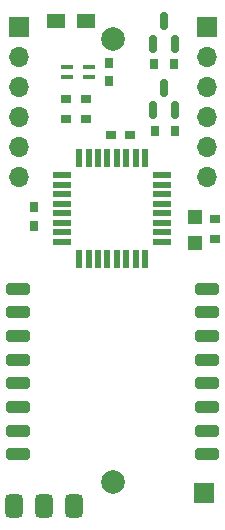
<source format=gbr>
%TF.GenerationSoftware,KiCad,Pcbnew,(6.0.5)*%
%TF.CreationDate,2022-05-21T08:56:41+02:00*%
%TF.ProjectId,LoraTrigger,4c6f7261-5472-4696-9767-65722e6b6963,rev?*%
%TF.SameCoordinates,Original*%
%TF.FileFunction,Soldermask,Top*%
%TF.FilePolarity,Negative*%
%FSLAX46Y46*%
G04 Gerber Fmt 4.6, Leading zero omitted, Abs format (unit mm)*
G04 Created by KiCad (PCBNEW (6.0.5)) date 2022-05-21 08:56:41*
%MOMM*%
%LPD*%
G01*
G04 APERTURE LIST*
G04 Aperture macros list*
%AMRoundRect*
0 Rectangle with rounded corners*
0 $1 Rounding radius*
0 $2 $3 $4 $5 $6 $7 $8 $9 X,Y pos of 4 corners*
0 Add a 4 corners polygon primitive as box body*
4,1,4,$2,$3,$4,$5,$6,$7,$8,$9,$2,$3,0*
0 Add four circle primitives for the rounded corners*
1,1,$1+$1,$2,$3*
1,1,$1+$1,$4,$5*
1,1,$1+$1,$6,$7*
1,1,$1+$1,$8,$9*
0 Add four rect primitives between the rounded corners*
20,1,$1+$1,$2,$3,$4,$5,0*
20,1,$1+$1,$4,$5,$6,$7,0*
20,1,$1+$1,$6,$7,$8,$9,0*
20,1,$1+$1,$8,$9,$2,$3,0*%
G04 Aperture macros list end*
%ADD10R,1.200000X1.200000*%
%ADD11R,1.700000X1.700000*%
%ADD12RoundRect,0.375000X-0.375000X-0.625000X0.375000X-0.625000X0.375000X0.625000X-0.375000X0.625000X0*%
%ADD13RoundRect,0.250000X-0.750000X-0.250000X0.750000X-0.250000X0.750000X0.250000X-0.750000X0.250000X0*%
%ADD14C,2.000000*%
%ADD15R,0.750000X0.900000*%
%ADD16R,0.900000X0.750000*%
%ADD17R,0.900000X0.700000*%
%ADD18R,1.500000X1.250000*%
%ADD19R,0.700000X0.900000*%
%ADD20RoundRect,0.150000X0.150000X-0.587500X0.150000X0.587500X-0.150000X0.587500X-0.150000X-0.587500X0*%
%ADD21R,0.550000X1.600000*%
%ADD22R,1.600000X0.550000*%
%ADD23O,1.700000X1.700000*%
%ADD24R,1.100000X0.300000*%
G04 APERTURE END LIST*
D10*
X115400000Y-59350000D03*
X115400000Y-57150000D03*
D11*
X116205000Y-80518000D03*
D12*
X100110000Y-81552000D03*
X102650000Y-81552000D03*
X105190000Y-81552000D03*
D13*
X116426000Y-75200000D03*
X100426000Y-77200000D03*
X100426000Y-63200000D03*
X100426000Y-65200000D03*
X100426000Y-67200000D03*
X100426000Y-69200000D03*
X100426000Y-71200000D03*
X100426000Y-73200000D03*
X116426000Y-67200000D03*
X116426000Y-65200000D03*
X116426000Y-63200000D03*
X116426000Y-73200000D03*
X116426000Y-71200000D03*
X100426000Y-75200000D03*
X116426000Y-77200000D03*
X116426000Y-69200000D03*
D14*
X108450000Y-42050000D03*
X108450000Y-79550000D03*
D15*
X101800000Y-57900000D03*
X101800000Y-56300000D03*
X108100000Y-45641421D03*
X108100000Y-44041421D03*
D16*
X109900000Y-50200000D03*
X108300000Y-50200000D03*
D17*
X117100000Y-58950000D03*
X117100000Y-57250000D03*
X106200000Y-48850000D03*
X106200000Y-47150000D03*
X104500000Y-48850000D03*
X104500000Y-47150000D03*
D18*
X106150000Y-40525000D03*
X103650000Y-40525000D03*
D19*
X112050000Y-49800000D03*
X113750000Y-49800000D03*
D20*
X111850000Y-42437500D03*
X113750000Y-42437500D03*
X112800000Y-40562500D03*
D21*
X105600000Y-60650000D03*
X106400000Y-60650000D03*
X107200000Y-60650000D03*
X108000000Y-60650000D03*
X108800000Y-60650000D03*
X109600000Y-60650000D03*
X110400000Y-60650000D03*
X111200000Y-60650000D03*
D22*
X112650000Y-59200000D03*
X112650000Y-58400000D03*
X112650000Y-57600000D03*
X112650000Y-56800000D03*
X112650000Y-56000000D03*
X112650000Y-55200000D03*
X112650000Y-54400000D03*
X112650000Y-53600000D03*
D21*
X111200000Y-52150000D03*
X110400000Y-52150000D03*
X109600000Y-52150000D03*
X108800000Y-52150000D03*
X108000000Y-52150000D03*
X107200000Y-52150000D03*
X106400000Y-52150000D03*
X105600000Y-52150000D03*
D22*
X104150000Y-53600000D03*
X104150000Y-54400000D03*
X104150000Y-55200000D03*
X104150000Y-56000000D03*
X104150000Y-56800000D03*
X104150000Y-57600000D03*
X104150000Y-58400000D03*
X104150000Y-59200000D03*
D11*
X100500000Y-41050000D03*
D23*
X100500000Y-43590000D03*
X100500000Y-46130000D03*
X100500000Y-48670000D03*
X100500000Y-51210000D03*
X100500000Y-53750000D03*
D11*
X116400000Y-41050000D03*
D23*
X116400000Y-43590000D03*
X116400000Y-46130000D03*
X116400000Y-48670000D03*
X116400000Y-51210000D03*
X116400000Y-53750000D03*
D19*
X111950000Y-44200000D03*
X113650000Y-44200000D03*
D24*
X104600000Y-44441421D03*
X104600000Y-45241421D03*
X106400000Y-45241421D03*
X106400000Y-44441421D03*
D20*
X111850000Y-48037500D03*
X113750000Y-48037500D03*
X112800000Y-46162500D03*
M02*

</source>
